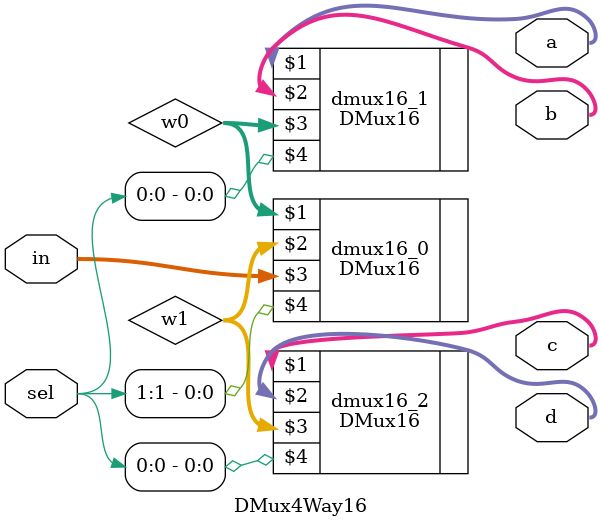
<source format=v>
/* módulo DMux4Way16 */

`ifndef _DMux4Way16_
`define _DMux4Way16_

`include "DMux16.v"

module DMux4Way16(a, b, c, d, in, sel);
    input [15:0] in;
    input [1:0] sel;
    output [15:0] a, b, c, d ;
    wire [15:0] w0, w1;

    // 

    DMux16 dmux16_0(w0, w1, in, sel[1]);
    DMux16 dmux16_1(a, b, w0, sel[0]);
    DMux16 dmux16_2(c, d, w1, sel[0]);

endmodule

`endif
</source>
